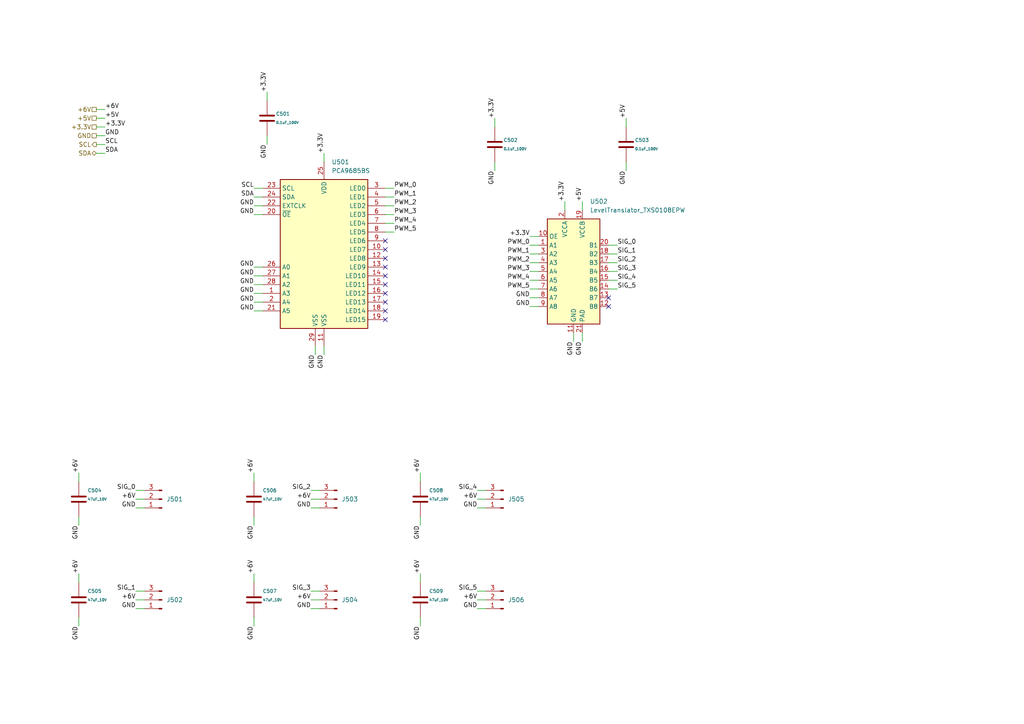
<source format=kicad_sch>
(kicad_sch (version 20230121) (generator eeschema)
  (paper "A4")
  (title_block (title "thruster-pcb") (date "2025-02-17") (rev "1.0") (company "Mechatronic Magic"))
  (lib_symbols
    (symbol "Janelia:C_0.1uF_100V_0402" (pin_numbers hide) (pin_names (offset 0.254))
      (property "Reference" "C" (at 0 2.54 0))
      (property "Value" "0.1uF_100V" (at 0 0 0))
      (symbol "C_0.1uF_100V_0402_0_1"
        (polyline (pts (xy -2.032 -0.762) (xy 2.032 -0.762)) (stroke (width 0.508)))
        (polyline (pts (xy -2.032 0.762) (xy 2.032 0.762)) (stroke (width 0.508)))
      )
      (symbol "C_0.1uF_100V_0402_1_1"
        (pin passive line (at 0 5.08 270) (length 4.318) (name "~") (number "1"))
        (pin passive line (at 0 -5.08 90) (length 4.318) (name "~") (number "2"))
      )
    )
    (symbol "Janelia:C_47uF_10V_0805" (pin_numbers hide) (pin_names (offset 0.254))
      (property "Reference" "C" (at 0 2.54 0))
      (property "Value" "47uF_10V" (at 0 0 0))
      (symbol "C_47uF_10V_0805_0_1"
        (polyline (pts (xy -2.032 -0.762) (xy 2.032 -0.762)) (stroke (width 0.508)))
        (polyline (pts (xy -2.032 0.762) (xy 2.032 0.762)) (stroke (width 0.508)))
      )
      (symbol "C_47uF_10V_0805_1_1"
        (pin passive line (at 0 5.08 270) (length 4.318) (name "~") (number "1"))
        (pin passive line (at 0 -5.08 90) (length 4.318) (name "~") (number "2"))
      )
    )
    (symbol "Janelia:Conn_01x03_P2.54_284052-E" (pin_names (offset 1.016) hide)
      (property "Reference" "J" (at -3.81 0 0))
      (symbol "Conn_01x03_P2.54_284052-E_1_1"
        (polyline (pts (xy 1.27 -2.54) (xy 0.8636 -2.54)) (stroke (width 0.1524)))
        (polyline (pts (xy 1.27 0) (xy 0.8636 0)) (stroke (width 0.1524)))
        (polyline (pts (xy 1.27 2.54) (xy 0.8636 2.54)) (stroke (width 0.1524)))
        (rectangle (start 0.8636 -2.413) (end 0 -2.667) (stroke (width 0.1524)) (fill (type outline)))
        (rectangle (start 0.8636 0.127) (end 0 -0.127) (stroke (width 0.1524)) (fill (type outline)))
        (rectangle (start 0.8636 2.667) (end 0 2.413) (stroke (width 0.1524)) (fill (type outline)))
        (pin passive line (at 5.08 2.54 180) (length 3.81) (name "Pin_1") (number "1"))
        (pin passive line (at 5.08 0 180) (length 3.81) (name "Pin_2") (number "2"))
        (pin passive line (at 5.08 -2.54 180) (length 3.81) (name "Pin_3") (number "3"))
      )
    )
    (symbol "Janelia:Logic_LevelTranslator_TXS0108ERGYR"
      (property "Reference" "U" (at -6.35 16.51 0))
      (property "Value" "LevelTranslator_TXS0108EPW" (at 3.81 16.51 0))
      (symbol "Logic_LevelTranslator_TXS0108ERGYR_0_1"
        (rectangle (start -7.62 15.24) (end 7.62 -15.24) (stroke (width 0.254)) (fill (type background)))
      )
      (symbol "Logic_LevelTranslator_TXS0108ERGYR_1_1"
        (pin bidirectional line (at -10.16 7.62 0) (length 2.54) (name "A1") (number "1"))
        (pin input line (at -10.16 10.16 0) (length 2.54) (name "OE") (number "10"))
        (pin power_in line (at 0 -17.78 90) (length 2.54) (name "GND") (number "11"))
        (pin bidirectional line (at 10.16 -10.16 180) (length 2.54) (name "B8") (number "12"))
        (pin bidirectional line (at 10.16 -7.62 180) (length 2.54) (name "B7") (number "13"))
        (pin bidirectional line (at 10.16 -5.08 180) (length 2.54) (name "B6") (number "14"))
        (pin bidirectional line (at 10.16 -2.54 180) (length 2.54) (name "B5") (number "15"))
        (pin bidirectional line (at 10.16 0 180) (length 2.54) (name "B4") (number "16"))
        (pin bidirectional line (at 10.16 2.54 180) (length 2.54) (name "B3") (number "17"))
        (pin bidirectional line (at 10.16 5.08 180) (length 2.54) (name "B2") (number "18"))
        (pin power_in line (at 2.54 17.78 270) (length 2.54) (name "VCCB") (number "19"))
        (pin power_in line (at -2.54 17.78 270) (length 2.54) (name "VCCA") (number "2"))
        (pin bidirectional line (at 10.16 7.62 180) (length 2.54) (name "B1") (number "20"))
        (pin power_in line (at 2.54 -17.78 90) (length 2.54) (name "PAD") (number "21"))
        (pin bidirectional line (at -10.16 5.08 0) (length 2.54) (name "A2") (number "3"))
        (pin bidirectional line (at -10.16 2.54 0) (length 2.54) (name "A3") (number "4"))
        (pin bidirectional line (at -10.16 0 0) (length 2.54) (name "A4") (number "5"))
        (pin bidirectional line (at -10.16 -2.54 0) (length 2.54) (name "A5") (number "6"))
        (pin bidirectional line (at -10.16 -5.08 0) (length 2.54) (name "A6") (number "7"))
        (pin bidirectional line (at -10.16 -7.62 0) (length 2.54) (name "A7") (number "8"))
        (pin bidirectional line (at -10.16 -10.16 0) (length 2.54) (name "A8") (number "9"))
      )
    )
    (symbol "Janelia:PCA9685BS"
      (property "Reference" "U" (at -12.7 22.225 0))
      (property "Value" "PCA9685BS" (at 1.27 22.225 0))
      (symbol "PCA9685BS_0_1"
        (rectangle (start -12.7 20.32) (end 12.7 -22.86) (stroke (width 0.254)) (fill (type background)))
      )
      (symbol "PCA9685BS_1_1"
        (pin input line (at -17.78 -12.7 0) (length 5.08) (name "A3") (number "1"))
        (pin output line (at 17.78 0 180) (length 5.08) (name "LED7") (number "10"))
        (pin power_in line (at 0 -27.94 90) (length 5.08) (name "VSS") (number "11"))
        (pin output line (at 17.78 -2.54 180) (length 5.08) (name "LED8") (number "12"))
        (pin output line (at 17.78 -5.08 180) (length 5.08) (name "LED9") (number "13"))
        (pin output line (at 17.78 -7.62 180) (length 5.08) (name "LED10") (number "14"))
        (pin output line (at 17.78 -10.16 180) (length 5.08) (name "LED11") (number "15"))
        (pin output line (at 17.78 -12.7 180) (length 5.08) (name "LED12") (number "16"))
        (pin output line (at 17.78 -15.24 180) (length 5.08) (name "LED13") (number "17"))
        (pin output line (at 17.78 -17.78 180) (length 5.08) (name "LED14") (number "18"))
        (pin output line (at 17.78 -20.32 180) (length 5.08) (name "LED15") (number "19"))
        (pin input line (at -17.78 -15.24 0) (length 5.08) (name "A4") (number "2"))
        (pin input line (at -17.78 10.16 0) (length 5.08) (name "~{OE}") (number "20"))
        (pin input line (at -17.78 -17.78 0) (length 5.08) (name "A5") (number "21"))
        (pin input line (at -17.78 12.7 0) (length 5.08) (name "EXTCLK") (number "22"))
        (pin input line (at -17.78 17.78 0) (length 5.08) (name "SCL") (number "23"))
        (pin bidirectional line (at -17.78 15.24 0) (length 5.08) (name "SDA") (number "24"))
        (pin power_in line (at 0 25.4 270) (length 5.08) (name "VDD") (number "25"))
        (pin input line (at -17.78 -5.08 0) (length 5.08) (name "A0") (number "26"))
        (pin input line (at -17.78 -7.62 0) (length 5.08) (name "A1") (number "27"))
        (pin input line (at -17.78 -10.16 0) (length 5.08) (name "A2") (number "28"))
        (pin power_in line (at -2.54 -27.94 90) (length 5.08) (name "VSS") (number "29"))
        (pin output line (at 17.78 17.78 180) (length 5.08) (name "LED0") (number "3"))
        (pin output line (at 17.78 15.24 180) (length 5.08) (name "LED1") (number "4"))
        (pin output line (at 17.78 12.7 180) (length 5.08) (name "LED2") (number "5"))
        (pin output line (at 17.78 10.16 180) (length 5.08) (name "LED3") (number "6"))
        (pin output line (at 17.78 7.62 180) (length 5.08) (name "LED4") (number "7"))
        (pin output line (at 17.78 5.08 180) (length 5.08) (name "LED5") (number "8"))
        (pin output line (at 17.78 2.54 180) (length 5.08) (name "LED6") (number "9"))
      )
    )
  )
  (no_connect (at 111.76 69.85))
  (no_connect (at 111.76 85.09))
  (no_connect (at 176.53 86.36))
  (no_connect (at 111.76 72.39))
  (no_connect (at 111.76 92.71))
  (no_connect (at 111.76 80.01))
  (no_connect (at 111.76 87.63))
  (no_connect (at 111.76 82.55))
  (no_connect (at 176.53 88.9))
  (no_connect (at 111.76 90.17))
  (no_connect (at 111.76 74.93))
  (no_connect (at 111.76 77.47))
  (wire (pts (xy 143.51 36.83) (xy 143.51 34.29)))
  (wire (pts (xy 138.43 142.24) (xy 140.97 142.24)))
  (wire (pts (xy 181.61 36.83) (xy 181.61 34.29)))
  (wire (pts (xy 22.86 139.7) (xy 22.86 137.16)))
  (wire (pts (xy 22.86 179.07) (xy 22.86 181.61)))
  (wire (pts (xy 27.94 44.45) (xy 30.48 44.45)))
  (wire (pts (xy 179.07 71.12) (xy 176.53 71.12)))
  (wire (pts (xy 153.67 81.28) (xy 156.21 81.28)))
  (wire (pts (xy 22.86 149.86) (xy 22.86 152.4)))
  (wire (pts (xy 41.91 176.53) (xy 39.37 176.53)))
  (wire (pts (xy 73.66 62.23) (xy 76.2 62.23)))
  (wire (pts (xy 73.66 168.91) (xy 73.66 166.37)))
  (wire (pts (xy 92.71 173.99) (xy 90.17 173.99)))
  (wire (pts (xy 140.97 176.53) (xy 138.43 176.53)))
  (wire (pts (xy 77.47 29.21) (xy 77.47 26.67)))
  (wire (pts (xy 153.67 76.2) (xy 156.21 76.2)))
  (wire (pts (xy 39.37 171.45) (xy 41.91 171.45)))
  (wire (pts (xy 121.92 139.7) (xy 121.92 137.16)))
  (wire (pts (xy 168.91 58.42) (xy 168.91 60.96)))
  (wire (pts (xy 179.07 78.74) (xy 176.53 78.74)))
  (wire (pts (xy 27.94 39.37) (xy 30.48 39.37)))
  (wire (pts (xy 153.67 71.12) (xy 156.21 71.12)))
  (wire (pts (xy 91.44 102.87) (xy 91.44 100.33)))
  (wire (pts (xy 143.51 46.99) (xy 143.51 49.53)))
  (wire (pts (xy 73.66 85.09) (xy 76.2 85.09)))
  (wire (pts (xy 90.17 142.24) (xy 92.71 142.24)))
  (wire (pts (xy 140.97 147.32) (xy 138.43 147.32)))
  (wire (pts (xy 114.3 54.61) (xy 111.76 54.61)))
  (wire (pts (xy 41.91 144.78) (xy 39.37 144.78)))
  (wire (pts (xy 181.61 46.99) (xy 181.61 49.53)))
  (wire (pts (xy 90.17 171.45) (xy 92.71 171.45)))
  (wire (pts (xy 73.66 139.7) (xy 73.66 137.16)))
  (wire (pts (xy 27.94 41.91) (xy 30.48 41.91)))
  (wire (pts (xy 93.98 102.87) (xy 93.98 100.33)))
  (wire (pts (xy 77.47 39.37) (xy 77.47 41.91)))
  (wire (pts (xy 41.91 173.99) (xy 39.37 173.99)))
  (wire (pts (xy 73.66 82.55) (xy 76.2 82.55)))
  (wire (pts (xy 73.66 57.15) (xy 76.2 57.15)))
  (wire (pts (xy 153.67 86.36) (xy 156.21 86.36)))
  (wire (pts (xy 27.94 36.83) (xy 30.48 36.83)))
  (wire (pts (xy 39.37 142.24) (xy 41.91 142.24)))
  (wire (pts (xy 153.67 68.58) (xy 156.21 68.58)))
  (wire (pts (xy 27.94 31.75) (xy 30.48 31.75)))
  (wire (pts (xy 114.3 59.69) (xy 111.76 59.69)))
  (wire (pts (xy 153.67 83.82) (xy 156.21 83.82)))
  (wire (pts (xy 73.66 90.17) (xy 76.2 90.17)))
  (wire (pts (xy 41.91 147.32) (xy 39.37 147.32)))
  (wire (pts (xy 163.83 58.42) (xy 163.83 60.96)))
  (wire (pts (xy 22.86 168.91) (xy 22.86 166.37)))
  (wire (pts (xy 179.07 83.82) (xy 176.53 83.82)))
  (wire (pts (xy 92.71 147.32) (xy 90.17 147.32)))
  (wire (pts (xy 73.66 54.61) (xy 76.2 54.61)))
  (wire (pts (xy 114.3 62.23) (xy 111.76 62.23)))
  (wire (pts (xy 73.66 149.86) (xy 73.66 152.4)))
  (wire (pts (xy 73.66 87.63) (xy 76.2 87.63)))
  (wire (pts (xy 121.92 149.86) (xy 121.92 152.4)))
  (wire (pts (xy 73.66 59.69) (xy 76.2 59.69)))
  (wire (pts (xy 168.91 99.06) (xy 168.91 96.52)))
  (wire (pts (xy 140.97 173.99) (xy 138.43 173.99)))
  (wire (pts (xy 73.66 179.07) (xy 73.66 181.61)))
  (wire (pts (xy 179.07 81.28) (xy 176.53 81.28)))
  (wire (pts (xy 93.98 44.45) (xy 93.98 46.99)))
  (wire (pts (xy 114.3 64.77) (xy 111.76 64.77)))
  (wire (pts (xy 27.94 34.29) (xy 30.48 34.29)))
  (wire (pts (xy 114.3 57.15) (xy 111.76 57.15)))
  (wire (pts (xy 92.71 144.78) (xy 90.17 144.78)))
  (wire (pts (xy 138.43 171.45) (xy 140.97 171.45)))
  (wire (pts (xy 179.07 73.66) (xy 176.53 73.66)))
  (wire (pts (xy 92.71 176.53) (xy 90.17 176.53)))
  (wire (pts (xy 166.37 99.06) (xy 166.37 96.52)))
  (wire (pts (xy 114.3 67.31) (xy 111.76 67.31)))
  (wire (pts (xy 153.67 88.9) (xy 156.21 88.9)))
  (wire (pts (xy 73.66 80.01) (xy 76.2 80.01)))
  (wire (pts (xy 153.67 73.66) (xy 156.21 73.66)))
  (wire (pts (xy 153.67 78.74) (xy 156.21 78.74)))
  (wire (pts (xy 179.07 76.2) (xy 176.53 76.2)))
  (wire (pts (xy 73.66 77.47) (xy 76.2 77.47)))
  (wire (pts (xy 121.92 168.91) (xy 121.92 166.37)))
  (wire (pts (xy 140.97 144.78) (xy 138.43 144.78)))
  (wire (pts (xy 121.92 179.07) (xy 121.92 181.61)))
  (label "PWM_5" (at 114.3 67.31 0))
  (label "GND" (at 39.37 147.32 180))
  (label "PWM_1" (at 114.3 57.15 0))
  (label "SCL" (at 73.66 54.61 180))
  (label "GND" (at 181.61 49.53 270))
  (label "+6V" (at 90.17 144.78 180))
  (label "GND" (at 153.67 88.9 180))
  (label "SDA" (at 73.66 57.15 180))
  (label "GND" (at 90.17 176.53 180))
  (label "PWM_5" (at 153.67 83.82 180))
  (label "SCL" (at 30.48 41.91 0))
  (label "+6V" (at 121.92 137.16 90))
  (label "GND" (at 73.66 152.4 270))
  (label "GND" (at 73.66 90.17 180))
  (label "+3.3V" (at 77.47 26.67 90))
  (label "SIG_3" (at 90.17 171.45 180))
  (label "GND" (at 138.43 147.32 180))
  (label "GND" (at 121.92 152.4 270))
  (label "PWM_0" (at 114.3 54.61 0))
  (label "GND" (at 73.66 80.01 180))
  (label "GND" (at 73.66 87.63 180))
  (label "SIG_4" (at 179.07 81.28 0))
  (label "GND" (at 93.98 102.87 270))
  (label "SIG_0" (at 179.07 71.12 0))
  (label "GND" (at 166.37 99.06 270))
  (label "PWM_4" (at 114.3 64.77 0))
  (label "+6V" (at 73.66 166.37 90))
  (label "SIG_4" (at 138.43 142.24 180))
  (label "GND" (at 73.66 59.69 180))
  (label "GND" (at 121.92 181.61 270))
  (label "GND" (at 30.48 39.37 0))
  (label "SIG_2" (at 179.07 76.2 0))
  (label "SIG_1" (at 179.07 73.66 0))
  (label "+6V" (at 22.86 166.37 90))
  (label "GND" (at 73.66 77.47 180))
  (label "+3.3V" (at 30.48 36.83 0))
  (label "+6V" (at 138.43 173.99 180))
  (label "GND" (at 73.66 181.61 270))
  (label "+3.3V" (at 93.98 44.45 90))
  (label "+5V" (at 181.61 34.29 90))
  (label "+6V" (at 138.43 144.78 180))
  (label "GND" (at 90.17 147.32 180))
  (label "GND" (at 153.67 86.36 180))
  (label "PWM_3" (at 114.3 62.23 0))
  (label "GND" (at 77.47 41.91 270))
  (label "PWM_2" (at 153.67 76.2 180))
  (label "SIG_3" (at 179.07 78.74 0))
  (label "+6V" (at 121.92 166.37 90))
  (label "+6V" (at 22.86 137.16 90))
  (label "PWM_1" (at 153.67 73.66 180))
  (label "+6V" (at 30.48 31.75 0))
  (label "GND" (at 73.66 82.55 180))
  (label "+5V" (at 168.91 58.42 90))
  (label "+6V" (at 39.37 173.99 180))
  (label "GND" (at 143.51 49.53 270))
  (label "SIG_5" (at 179.07 83.82 0))
  (label "SIG_2" (at 90.17 142.24 180))
  (label "GND" (at 73.66 85.09 180))
  (label "+3.3V" (at 143.51 34.29 90))
  (label "GND" (at 22.86 181.61 270))
  (label "+3.3V" (at 153.67 68.58 180))
  (label "PWM_3" (at 153.67 78.74 180))
  (label "GND" (at 138.43 176.53 180))
  (label "+6V" (at 39.37 144.78 180))
  (label "+6V" (at 73.66 137.16 90))
  (label "GND" (at 22.86 152.4 270))
  (label "SDA" (at 30.48 44.45 0))
  (label "GND" (at 91.44 102.87 270))
  (label "SIG_0" (at 39.37 142.24 180))
  (label "PWM_0" (at 153.67 71.12 180))
  (label "+5V" (at 30.48 34.29 0))
  (label "+6V" (at 90.17 173.99 180))
  (label "GND" (at 39.37 176.53 180))
  (label "+3.3V" (at 163.83 58.42 90))
  (label "SIG_1" (at 39.37 171.45 180))
  (label "GND" (at 168.91 99.06 270))
  (label "PWM_4" (at 153.67 81.28 180))
  (label "SIG_5" (at 138.43 171.45 180))
  (label "GND" (at 73.66 62.23 180))
  (label "PWM_2" (at 114.3 59.69 0))
  (hierarchical_label "GND" (shape passive) (at 27.94 39.37 180))
  (hierarchical_label "+3.3V" (shape passive) (at 27.94 36.83 180))
  (hierarchical_label "SDA" (shape bidirectional) (at 27.94 44.45 180))
  (hierarchical_label "+5V" (shape passive) (at 27.94 34.29 180))
  (hierarchical_label "+6V" (shape passive) (at 27.94 31.75 180))
  (hierarchical_label "SCL" (shape output) (at 27.94 41.91 180))
  (symbol (lib_id "Janelia:Conn_01x03_P2.54_284052-E") (at 146.05 173.99 180) (unit 1)
    (property "Reference" "J506" (at 147.32 173.99 0) (effects (justify right)))
    (property "Value" "Conn_TERM_HDR_01x03_Pin_3.5mm_Horizontal" (effects hide))
    (property "Footprint" "Janelia:Connector_Header_1x03_P2.54mm_Horizontal_SMD_284052-E" (effects hide))
    (property "Manufacturer" "TE Connectivity" (effects hide))
    (property "Manufacturer Part Number" "284052-E" (effects hide))
    (property "Synopsis" "MAXIBR M 03POS RA A SMT BK" (effects hide))
    (property "Vendor" "Digi-Key" (effects hide))
    (property "Vendor Part Number" "2684-284052-ETR-ND" (effects hide))
    (property "Sim.Enable" "0" (effects hide))
    (property "LCSC" "C17355078" (effects hide))
  )
  (symbol (lib_id "Janelia:C_0.1uF_100V_0402") (at 77.47 34.29 0) (unit 1)
    (property "Reference" "C501" (at 80.01 33.02 0) (effects (font (size 1.016 1.016)) (justify left)))
    (property "Value" "0.1uF_100V" (at 80.01 35.56 0) (effects (font (size 0.762 0.762)) (justify left)))
    (property "Footprint" "Janelia:C_0402_1005Metric" (effects hide))
    (property "Vendor" "Digi-Key" (effects hide))
    (property "Vendor Part Number" "490-10458-1-ND" (effects hide))
    (property "Synopsis" "CAP CER 0.1UF 100V X5R" (effects hide))
    (property "Manufacturer" "Murata Electronics" (effects hide))
    (property "Manufacturer Part Number" "GRM155R62A104KE14D" (effects hide))
    (property "Package" "0402" (effects hide))
    (property "LCSC" "C162178" (effects hide))
  )
  (symbol (lib_id "Janelia:Conn_01x03_P2.54_284052-E") (at 46.99 173.99 180) (unit 1)
    (property "Reference" "J502" (at 48.26 173.99 0) (effects (justify right)))
    (property "Value" "Conn_TERM_HDR_01x03_Pin_3.5mm_Horizontal" (effects hide))
    (property "Footprint" "Janelia:Connector_Header_1x03_P2.54mm_Horizontal_SMD_284052-E" (effects hide))
    (property "Manufacturer" "TE Connectivity" (effects hide))
    (property "Manufacturer Part Number" "284052-E" (effects hide))
    (property "Synopsis" "MAXIBR M 03POS RA A SMT BK" (effects hide))
    (property "Vendor" "Digi-Key" (effects hide))
    (property "Vendor Part Number" "2684-284052-ETR-ND" (effects hide))
    (property "Sim.Enable" "0" (effects hide))
    (property "LCSC" "C17355078" (effects hide))
  )
  (symbol (lib_id "Janelia:C_0.1uF_100V_0402") (at 143.51 41.91 0) (unit 1)
    (property "Reference" "C502" (at 146.05 40.64 0) (effects (font (size 1.016 1.016)) (justify left)))
    (property "Value" "0.1uF_100V" (at 146.05 43.18 0) (effects (font (size 0.762 0.762)) (justify left)))
    (property "Footprint" "Janelia:C_0402_1005Metric" (effects hide))
    (property "Vendor" "Digi-Key" (effects hide))
    (property "Vendor Part Number" "490-10458-1-ND" (effects hide))
    (property "Synopsis" "CAP CER 0.1UF 100V X5R" (effects hide))
    (property "Manufacturer" "Murata Electronics" (effects hide))
    (property "Manufacturer Part Number" "GRM155R62A104KE14D" (effects hide))
    (property "Package" "0402" (effects hide))
    (property "LCSC" "C162178" (effects hide))
  )
  (symbol (lib_id "Janelia:C_47uF_10V_0805") (at 73.66 173.99 0) (unit 1)
    (property "Reference" "C507" (at 76.2 171.45 0) (effects (font (size 1.016 1.016)) (justify left)))
    (property "Value" "47uF_10V" (at 76.2 173.99 0) (effects (font (size 0.762 0.762)) (justify left)))
    (property "Footprint" "Janelia:C_0805_2012Metric" (effects hide))
    (property "Vendor" "JLCPCB" (effects hide))
    (property "Vendor Part Number" "C6119904" (effects hide))
    (property "Package" "0805" (effects hide))
    (property "Manufacturer" "HRE" (effects hide))
    (property "Manufacturer Part Number" "CGA0805X5R476M100MT" (effects hide))
    (property "Synopsis" "CAP CER 47UF 10V X5R" (effects hide))
    (property "LCSC" "C6119904" (effects hide))
  )
  (symbol (lib_id "Janelia:C_47uF_10V_0805") (at 22.86 173.99 0) (unit 1)
    (property "Reference" "C505" (at 25.4 171.45 0) (effects (font (size 1.016 1.016)) (justify left)))
    (property "Value" "47uF_10V" (at 25.4 173.99 0) (effects (font (size 0.762 0.762)) (justify left)))
    (property "Footprint" "Janelia:C_0805_2012Metric" (effects hide))
    (property "Vendor" "JLCPCB" (effects hide))
    (property "Vendor Part Number" "C6119904" (effects hide))
    (property "Package" "0805" (effects hide))
    (property "Manufacturer" "HRE" (effects hide))
    (property "Manufacturer Part Number" "CGA0805X5R476M100MT" (effects hide))
    (property "Synopsis" "CAP CER 47UF 10V X5R" (effects hide))
    (property "LCSC" "C6119904" (effects hide))
  )
  (symbol (lib_id "Janelia:PCA9685BS") (at 93.98 72.39 0) (unit 1)
    (property "Reference" "U501" (at 96.1741 46.99 0) (effects (justify left)))
    (property "Value" "PCA9685BS" (at 96.1741 49.53 0) (effects (justify left)))
    (property "Footprint" "Janelia:QFN-28-1EP_6x6mm_P0.65mm_EP4.25x4.25mm" (effects hide))
    (property "Datasheet" "http://www.nxp.com/docs/en/data-sheet/PCA9685.pdf" (effects hide))
    (property "Synopsis" "IC LED DRVR LIN PWM 25MA" (effects hide))
    (property "Manufacturer" "NXP Semicon" (effects hide))
    (property "Manufacturer Part Number" "PCA9685BS,118" (effects hide))
    (property "Vendor" "Digi-Key" (effects hide))
    (property "Vendor Part Number" "568-5305-2-ND" (effects hide))
    (property "LCSC" "C5191634" (effects hide))
    (property "Package" "SOT-788-1" (effects hide))
  )
  (symbol (lib_id "Janelia:Conn_01x03_P2.54_284052-E") (at 97.79 144.78 180) (unit 1)
    (property "Reference" "J503" (at 99.06 144.78 0) (effects (justify right)))
    (property "Value" "Conn_TERM_HDR_01x03_Pin_3.5mm_Horizontal" (effects hide))
    (property "Footprint" "Janelia:Connector_Header_1x03_P2.54mm_Horizontal_SMD_284052-E" (effects hide))
    (property "Manufacturer" "TE Connectivity" (effects hide))
    (property "Manufacturer Part Number" "284052-E" (effects hide))
    (property "Synopsis" "MAXIBR M 03POS RA A SMT BK" (effects hide))
    (property "Vendor" "Digi-Key" (effects hide))
    (property "Vendor Part Number" "2684-284052-ETR-ND" (effects hide))
    (property "Sim.Enable" "0" (effects hide))
    (property "LCSC" "C17355078" (effects hide))
  )
  (symbol (lib_id "Janelia:C_0.1uF_100V_0402") (at 181.61 41.91 0) (unit 1)
    (property "Reference" "C503" (at 184.15 40.64 0) (effects (font (size 1.016 1.016)) (justify left)))
    (property "Value" "0.1uF_100V" (at 184.15 43.18 0) (effects (font (size 0.762 0.762)) (justify left)))
    (property "Footprint" "Janelia:C_0402_1005Metric" (effects hide))
    (property "Vendor" "Digi-Key" (effects hide))
    (property "Vendor Part Number" "490-10458-1-ND" (effects hide))
    (property "Synopsis" "CAP CER 0.1UF 100V X5R" (effects hide))
    (property "Manufacturer" "Murata Electronics" (effects hide))
    (property "Manufacturer Part Number" "GRM155R62A104KE14D" (effects hide))
    (property "Package" "0402" (effects hide))
    (property "LCSC" "C162178" (effects hide))
  )
  (symbol (lib_id "Janelia:C_47uF_10V_0805") (at 73.66 144.78 0) (unit 1)
    (property "Reference" "C506" (at 76.2 142.24 0) (effects (font (size 1.016 1.016)) (justify left)))
    (property "Value" "47uF_10V" (at 76.2 144.78 0) (effects (font (size 0.762 0.762)) (justify left)))
    (property "Footprint" "Janelia:C_0805_2012Metric" (effects hide))
    (property "Vendor" "JLCPCB" (effects hide))
    (property "Vendor Part Number" "C6119904" (effects hide))
    (property "Package" "0805" (effects hide))
    (property "Manufacturer" "HRE" (effects hide))
    (property "Manufacturer Part Number" "CGA0805X5R476M100MT" (effects hide))
    (property "Synopsis" "CAP CER 47UF 10V X5R" (effects hide))
    (property "LCSC" "C6119904" (effects hide))
  )
  (symbol (lib_id "Janelia:Conn_01x03_P2.54_284052-E") (at 146.05 144.78 180) (unit 1)
    (property "Reference" "J505" (at 147.32 144.78 0) (effects (justify right)))
    (property "Value" "Conn_TERM_HDR_01x03_Pin_3.5mm_Horizontal" (effects hide))
    (property "Footprint" "Janelia:Connector_Header_1x03_P2.54mm_Horizontal_SMD_284052-E" (effects hide))
    (property "Manufacturer" "TE Connectivity" (effects hide))
    (property "Manufacturer Part Number" "284052-E" (effects hide))
    (property "Synopsis" "MAXIBR M 03POS RA A SMT BK" (effects hide))
    (property "Vendor" "Digi-Key" (effects hide))
    (property "Vendor Part Number" "2684-284052-ETR-ND" (effects hide))
    (property "Sim.Enable" "0" (effects hide))
    (property "LCSC" "C17355078" (effects hide))
  )
  (symbol (lib_id "Janelia:Conn_01x03_P2.54_284052-E") (at 97.79 173.99 180) (unit 1)
    (property "Reference" "J504" (at 99.06 173.99 0) (effects (justify right)))
    (property "Value" "Conn_TERM_HDR_01x03_Pin_3.5mm_Horizontal" (effects hide))
    (property "Footprint" "Janelia:Connector_Header_1x03_P2.54mm_Horizontal_SMD_284052-E" (effects hide))
    (property "Manufacturer" "TE Connectivity" (effects hide))
    (property "Manufacturer Part Number" "284052-E" (effects hide))
    (property "Synopsis" "MAXIBR M 03POS RA A SMT BK" (effects hide))
    (property "Vendor" "Digi-Key" (effects hide))
    (property "Vendor Part Number" "2684-284052-ETR-ND" (effects hide))
    (property "Sim.Enable" "0" (effects hide))
    (property "LCSC" "C17355078" (effects hide))
  )
  (symbol (lib_id "Janelia:C_47uF_10V_0805") (at 22.86 144.78 0) (unit 1)
    (property "Reference" "C504" (at 25.4 142.24 0) (effects (font (size 1.016 1.016)) (justify left)))
    (property "Value" "47uF_10V" (at 25.4 144.78 0) (effects (font (size 0.762 0.762)) (justify left)))
    (property "Footprint" "Janelia:C_0805_2012Metric" (effects hide))
    (property "Vendor" "JLCPCB" (effects hide))
    (property "Vendor Part Number" "C6119904" (effects hide))
    (property "Package" "0805" (effects hide))
    (property "Manufacturer" "HRE" (effects hide))
    (property "Manufacturer Part Number" "CGA0805X5R476M100MT" (effects hide))
    (property "Synopsis" "CAP CER 47UF 10V X5R" (effects hide))
    (property "LCSC" "C6119904" (effects hide))
  )
  (symbol (lib_id "Janelia:C_47uF_10V_0805") (at 121.92 173.99 0) (unit 1)
    (property "Reference" "C509" (at 124.46 171.45 0) (effects (font (size 1.016 1.016)) (justify left)))
    (property "Value" "47uF_10V" (at 124.46 173.99 0) (effects (font (size 0.762 0.762)) (justify left)))
    (property "Footprint" "Janelia:C_0805_2012Metric" (effects hide))
    (property "Vendor" "JLCPCB" (effects hide))
    (property "Vendor Part Number" "C6119904" (effects hide))
    (property "Package" "0805" (effects hide))
    (property "Manufacturer" "HRE" (effects hide))
    (property "Manufacturer Part Number" "CGA0805X5R476M100MT" (effects hide))
    (property "Synopsis" "CAP CER 47UF 10V X5R" (effects hide))
    (property "LCSC" "C6119904" (effects hide))
  )
  (symbol (lib_id "Janelia:C_47uF_10V_0805") (at 121.92 144.78 0) (unit 1)
    (property "Reference" "C508" (at 124.46 142.24 0) (effects (font (size 1.016 1.016)) (justify left)))
    (property "Value" "47uF_10V" (at 124.46 144.78 0) (effects (font (size 0.762 0.762)) (justify left)))
    (property "Footprint" "Janelia:C_0805_2012Metric" (effects hide))
    (property "Vendor" "JLCPCB" (effects hide))
    (property "Vendor Part Number" "C6119904" (effects hide))
    (property "Package" "0805" (effects hide))
    (property "Manufacturer" "HRE" (effects hide))
    (property "Manufacturer Part Number" "CGA0805X5R476M100MT" (effects hide))
    (property "Synopsis" "CAP CER 47UF 10V X5R" (effects hide))
    (property "LCSC" "C6119904" (effects hide))
  )
  (symbol (lib_id "Janelia:Logic_LevelTranslator_TXS0108ERGYR") (at 166.37 78.74 0) (unit 1)
    (property "Reference" "U502" (at 171.1041 58.42 0) (effects (justify left)))
    (property "Value" "LevelTranslator_TXS0108EPW" (at 171.1041 60.96 0) (effects (justify left)))
    (property "Footprint" "Janelia:IC_TXS0108ERGYR" (effects hide))
    (property "Datasheet" "www.ti.com/lit/ds/symlink/txs0108e.pdf" (effects hide))
    (property "Synopsis" "IC TRANSLTR BIDIRECTIONAL" (effects hide))
    (property "Manufacturer" "Texas Instruments" (effects hide))
    (property "Manufacturer Part Number" "TXS0108ERGYR" (effects hide))
    (property "Package" "VQFN-20-EP(3.7x4.7)" (effects hide))
    (property "LCSC" "C90706" (effects hide))
    (property "Vendor" "Digi-Key" (effects hide))
    (property "Vendor Part Number" "296-24806-2-ND" (effects hide))
  )
  (symbol (lib_id "Janelia:Conn_01x03_P2.54_284052-E") (at 46.99 144.78 180) (unit 1)
    (property "Reference" "J501" (at 48.26 144.78 0) (effects (justify right)))
    (property "Value" "Conn_TERM_HDR_01x03_Pin_3.5mm_Horizontal" (effects hide))
    (property "Footprint" "Janelia:Connector_Header_1x03_P2.54mm_Horizontal_SMD_284052-E" (effects hide))
    (property "Manufacturer" "TE Connectivity" (effects hide))
    (property "Manufacturer Part Number" "284052-E" (effects hide))
    (property "Synopsis" "MAXIBR M 03POS RA A SMT BK" (effects hide))
    (property "Vendor" "Digi-Key" (effects hide))
    (property "Vendor Part Number" "2684-284052-ETR-ND" (effects hide))
    (property "Sim.Enable" "0" (effects hide))
    (property "LCSC" "C17355078" (effects hide))
  )
)
</source>
